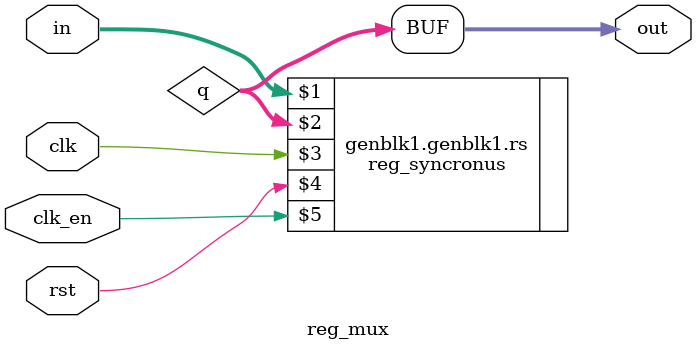
<source format=v>
module reg_mux(in,out,clk,rst,clk_en);

parameter width=18;
parameter sel=1;
parameter RSTTYPE="SYNC";

input  [width-1:0] in;
input  clk,clk_en,rst;
output [width-1:0] out;

wire [width-1:0] q;


generate 
     if(sel==1) begin

          if (RSTTYPE=="SYNC") begin
              	reg_syncronus  #(width) rs(in,q,clk,rst,clk_en);
              	
              end    
          else begin
          	    reg_Asyncronus #(width) rs(in,q,clk,rst,clk_en);
                
          end


     end

     else begin
     	
              connection_only #(width) d(in,q);
     end

     endgenerate 
     assign out = q ;
     endmodule 

                 
</source>
